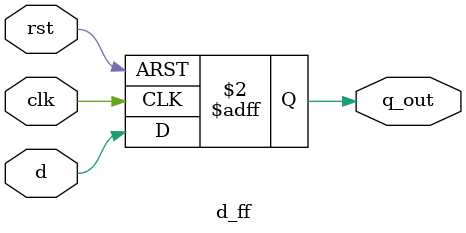
<source format=sv>

module d_ff (input  logic clk,rst,d,output logic q_out);
  
  always @ (posedge clk or posedge rst)
    begin
      if (rst)
        q_out<=1'b0;
      else 
        q_out<=d;
    end
  
endmodule
        
    

</source>
